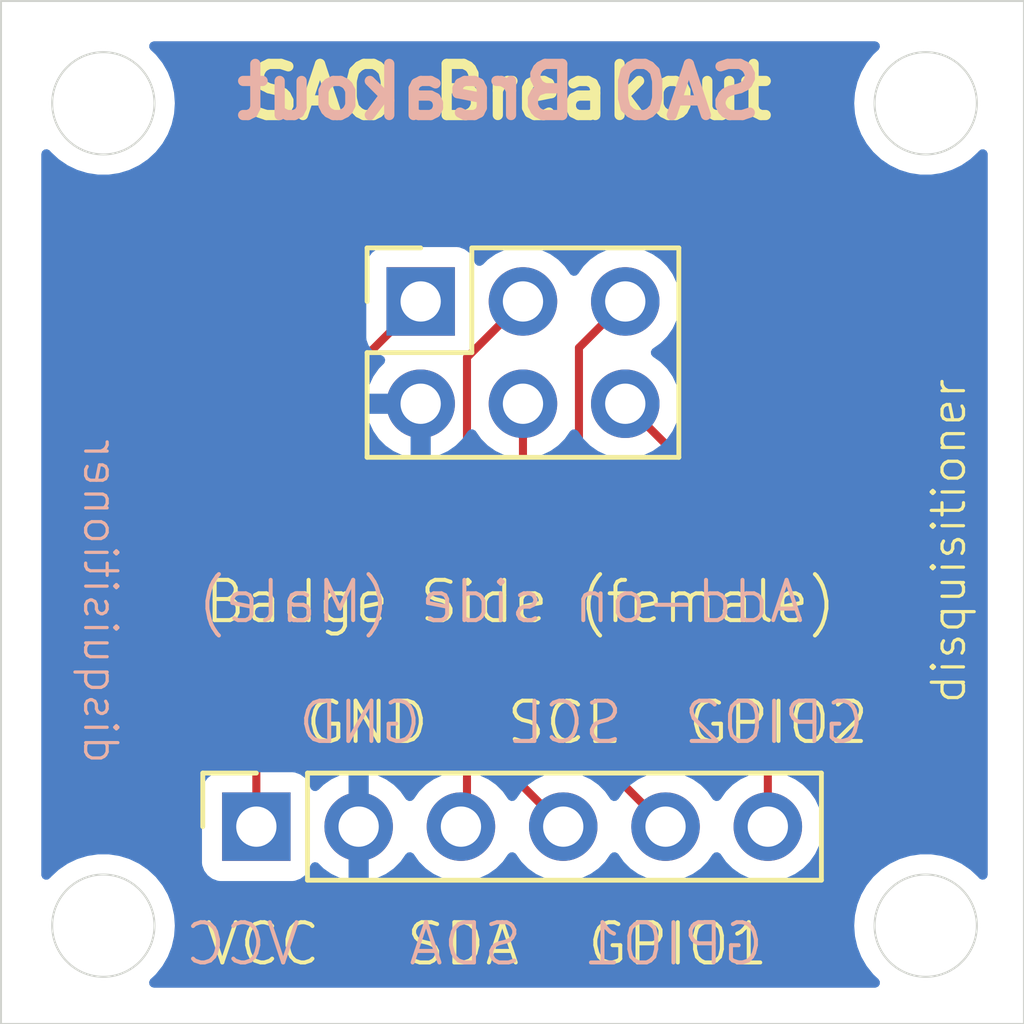
<source format=kicad_pcb>
(kicad_pcb (version 20240108) (generator "pcbnew") (generator_version "8.0")
  (title_block (title "SAO Breakout") (date "2024-10-10"))
  (layers (0 "F.Cu" signal) (31 "B.Cu" signal) (34 "B.Paste" user) (35 "F.Paste" user) (36 "B.SilkS" user "B.Silkscreen") (37 "F.SilkS" user "F.Silkscreen") (38 "B.Mask" user) (39 "F.Mask" user) (44 "Edge.Cuts" user))
  (net 0 "")
  (net 1 "Net-(J1-Pin_3)")
  (net 2 "Net-(J1-Pin_5)")
  (net 3 "Net-(J1-Pin_6)")
  (net 4 "Net-(J1-Pin_4)")
  (net 5 "VCC")
  (net 6 "GND")
  (footprint "Connector_PinSocket_2.54mm:PinSocket_2x03_P2.54mm_Vertical" (layer "F.Cu") (at 108.42 67.46 90)
    (property "Reference" "J1" (hide yes))
    (property "Value" "SAO" (hide yes))
    (fp_line (start 1.33 -1.33) (end 1.33 0) (stroke (width 0.12)) (layer "F.SilkS"))
    (fp_line (start 0 -1.33) (end 1.33 -1.33) (stroke (width 0.12)) (layer "F.SilkS"))
    (fp_line (start -1.27 -1.33) (end -1.27 1.27) (stroke (width 0.12)) (layer "F.SilkS"))
    (fp_line (start -3.87 -1.33) (end -1.27 -1.33) (stroke (width 0.12)) (layer "F.SilkS"))
    (fp_line (start -3.87 -1.33) (end -3.87 6.41) (stroke (width 0.12)) (layer "F.SilkS"))
    (fp_line (start 1.33 1.27) (end 1.33 6.41) (stroke (width 0.12)) (layer "F.SilkS"))
    (fp_line (start -1.27 1.27) (end 1.33 1.27) (stroke (width 0.12)) (layer "F.SilkS"))
    (fp_line (start -3.87 6.41) (end 1.33 6.41) (stroke (width 0.12)) (layer "F.SilkS"))
    (pad "1" thru_hole rect (at 0 0 90) (size 1.7 1.7) (drill 1) (layers "*.Cu" "*.Mask") (net 5 "VCC"))
    (pad "2" thru_hole oval (at -2.54 0 90) (size 1.7 1.7) (drill 1) (layers "*.Cu" "*.Mask") (net 6 "GND"))
    (pad "3" thru_hole oval (at 0 2.54 90) (size 1.7 1.7) (drill 1) (layers "*.Cu" "*.Mask") (net 1 "Net-(J1-Pin_3)"))
    (pad "4" thru_hole oval (at -2.54 2.54 90) (size 1.7 1.7) (drill 1) (layers "*.Cu" "*.Mask") (net 4 "Net-(J1-Pin_4)"))
    (pad "5" thru_hole oval (at 0 5.08 90) (size 1.7 1.7) (drill 1) (layers "*.Cu" "*.Mask") (net 2 "Net-(J1-Pin_5)"))
    (pad "6" thru_hole oval (at -2.54 5.08 90) (size 1.7 1.7) (drill 1) (layers "*.Cu" "*.Mask") (net 3 "Net-(J1-Pin_6)"))
  )
  (footprint "Connector_PinSocket_2.54mm:PinSocket_1x06_P2.54mm_Vertical" (layer "F.Cu") (at 104.34 80.5 90)
    (property "Reference" "J2" (hide yes))
    (property "Value" "Header" (hide yes))
    (fp_line (start 1.33 -1.33) (end 1.33 0) (stroke (width 0.12)) (layer "F.SilkS"))
    (fp_line (start 0 -1.33) (end 1.33 -1.33) (stroke (width 0.12)) (layer "F.SilkS"))
    (fp_line (start 1.33 1.27) (end 1.33 14.03) (stroke (width 0.12)) (layer "F.SilkS"))
    (fp_line (start -1.33 1.27) (end 1.33 1.27) (stroke (width 0.12)) (layer "F.SilkS"))
    (fp_line (start -1.33 1.27) (end -1.33 14.03) (stroke (width 0.12)) (layer "F.SilkS"))
    (fp_line (start -1.33 14.03) (end 1.33 14.03) (stroke (width 0.12)) (layer "F.SilkS"))
    (pad "1" thru_hole rect (at 0 0 90) (size 1.7 1.7) (drill 1) (layers "*.Cu" "*.Mask") (net 5 "VCC"))
    (pad "2" thru_hole oval (at 0 2.54 90) (size 1.7 1.7) (drill 1) (layers "*.Cu" "*.Mask") (net 6 "GND"))
    (pad "3" thru_hole oval (at 0 5.08 90) (size 1.7 1.7) (drill 1) (layers "*.Cu" "*.Mask") (net 1 "Net-(J1-Pin_3)"))
    (pad "4" thru_hole oval (at 0 7.62 90) (size 1.7 1.7) (drill 1) (layers "*.Cu" "*.Mask") (net 4 "Net-(J1-Pin_4)"))
    (pad "5" thru_hole oval (at 0 10.16 90) (size 1.7 1.7) (drill 1) (layers "*.Cu" "*.Mask") (net 2 "Net-(J1-Pin_5)"))
    (pad "6" thru_hole oval (at 0 12.7 90) (size 1.7 1.7) (drill 1) (layers "*.Cu" "*.Mask") (net 3 "Net-(J1-Pin_6)"))
  )
  (gr_circle (center 120.95988 62.53988) (end 122.22988 62.53988) (stroke (width 0.05)) (fill none) (layer "Edge.Cuts"))
  (gr_circle (center 100.54082 82.95894) (end 101.81082 82.95894) (stroke (width 0.05)) (fill none) (layer "Edge.Cuts"))
  (gr_rect (start 98 60) (end 123.4 85.4) (stroke (width 0.05)) (fill none) (layer "Edge.Cuts"))
  (gr_circle (center 120.95988 82.95894) (end 122.22988 82.95894) (stroke (width 0.05)) (fill none) (layer "Edge.Cuts"))
  (gr_circle (center 100.54082 62.53988) (end 101.81082 62.53988) (stroke (width 0.05)) (fill none) (layer "Edge.Cuts"))
  (gr_text "GND" (at 108.5 78.5 0) (layer "B.SilkS") (effects (font (size 1 1) (thickness 0.1)) (justify left bottom mirror)))
  (gr_text "GPIO2" (at 119.5 78.5 0) (layer "B.SilkS") (effects (font (size 1 1) (thickness 0.1)) (justify left bottom mirror)))
  (gr_text "VCC" (at 105.5 84 0) (layer "B.SilkS") (effects (font (size 1 1) (thickness 0.1)) (justify left bottom mirror)))
  (gr_text "GPIO1" (at 117 84 0) (layer "B.SilkS") (effects (font (size 1 1) (thickness 0.1)) (justify left bottom mirror)))
  (gr_text "SAO Breakout" (at 117 63 0) (layer "B.SilkS") (effects (font (size 1.27 1.27) (thickness 0.254) (bold yes)) (justify left bottom mirror)))
  (gr_text "Add-on side (Male)" (at 118 75.5 0) (layer "B.SilkS") (effects (font (size 1 1) (thickness 0.1)) (justify left bottom mirror)))
  (gr_text "SCL" (at 113.5 78.5 0) (layer "B.SilkS") (effects (font (size 1 1) (thickness 0.1)) (justify left bottom mirror)))
  (gr_text "disquisitioner" (at 100 79 270) (layer "B.SilkS") (effects (font (size 0.8001 0.8001) (thickness 0.08001)) (justify left bottom mirror)))
  (gr_text "SDA" (at 111 84 0) (layer "B.SilkS") (effects (font (size 1 1) (thickness 0.1)) (justify left bottom mirror)))
  (gr_text "VCC" (at 103 84 0) (layer "F.SilkS") (effects (font (size 1 1) (thickness 0.1)) (justify left bottom)))
  (gr_text "Badge Side (female)" (at 103 75.5 0) (layer "F.SilkS") (effects (font (size 1 1) (thickness 0.1)) (justify left bottom)))
  (gr_text "disquisitioner" (at 122 77.5 90) (layer "F.SilkS") (effects (font (size 0.8001 0.8001) (thickness 0.08001)) (justify left bottom)))
  (gr_text "GND" (at 105.5 78.5 0) (layer "F.SilkS") (effects (font (size 1 1) (thickness 0.1)) (justify left bottom)))
  (gr_text "SDA" (at 108 84 0) (layer "F.SilkS") (effects (font (size 1 1) (thickness 0.1)) (justify left bottom)))
  (gr_text "GPIO1" (at 112.5 84 0) (layer "F.SilkS") (effects (font (size 1 1) (thickness 0.1)) (justify left bottom)))
  (gr_text "GPIO2" (at 115 78.5 0) (layer "F.SilkS") (effects (font (size 1 1) (thickness 0.1)) (justify left bottom)))
  (gr_text "SCL" (at 110.5 78.5 0) (layer "F.SilkS") (effects (font (size 1 1) (thickness 0.1)) (justify left bottom)))
  (gr_text "SAO Breakout" (at 104 63 0) (layer "F.SilkS") (effects (font (size 1.27 1.27) (thickness 0.254) (bold yes)) (justify left bottom)))
  (segment (start 109.57 80.35) (end 109.42 80.5) (width 0.2) (layer "F.Cu") (net 1))
  (segment (start 110.96 67.46) (end 109.57 68.85) (width 0.2) (layer "F.Cu") (net 1))
  (segment (start 109.57 68.85) (end 109.57 80.35) (width 0.2) (layer "F.Cu") (net 1))
  (segment (start 113.5 67.46) (end 112.35 68.61) (width 0.2) (layer "F.Cu") (net 2))
  (segment (start 112.35 78.35) (end 114.5 80.5) (width 0.2) (layer "F.Cu") (net 2))
  (segment (start 112.35 68.61) (end 112.35 78.35) (width 0.2) (layer "F.Cu") (net 2))
  (segment (start 113.5 70) (end 117.04 73.54) (width 0.2) (layer "F.Cu") (net 3))
  (segment (start 117.04 73.54) (end 117.04 80.5) (width 0.2) (layer "F.Cu") (net 3))
  (segment (start 110.96 70) (end 110.96 79.5) (width 0.2) (layer "F.Cu") (net 4))
  (segment (start 110.96 79.5) (end 111.96 80.5) (width 0.2) (layer "F.Cu") (net 4))
  (segment (start 108.42 67.46) (end 104.34 71.54) (width 0.2) (layer "F.Cu") (net 5))
  (segment (start 104.34 71.54) (end 104.34 80.5) (width 0.2) (layer "F.Cu") (net 5))
  (zone (net 6) (net_name "GND") (layer "B.Cu") (connect_pads (clearance 0.5)) (min_thickness 0.25) (fill yes (thermal_gap 0.5) (thermal_bridge_width 0.5))
    (polygon (pts (xy 99 61) (xy 122.5 61) (xy 122.5 84.5) (xy 99 84.5)))
  )
)
</source>
